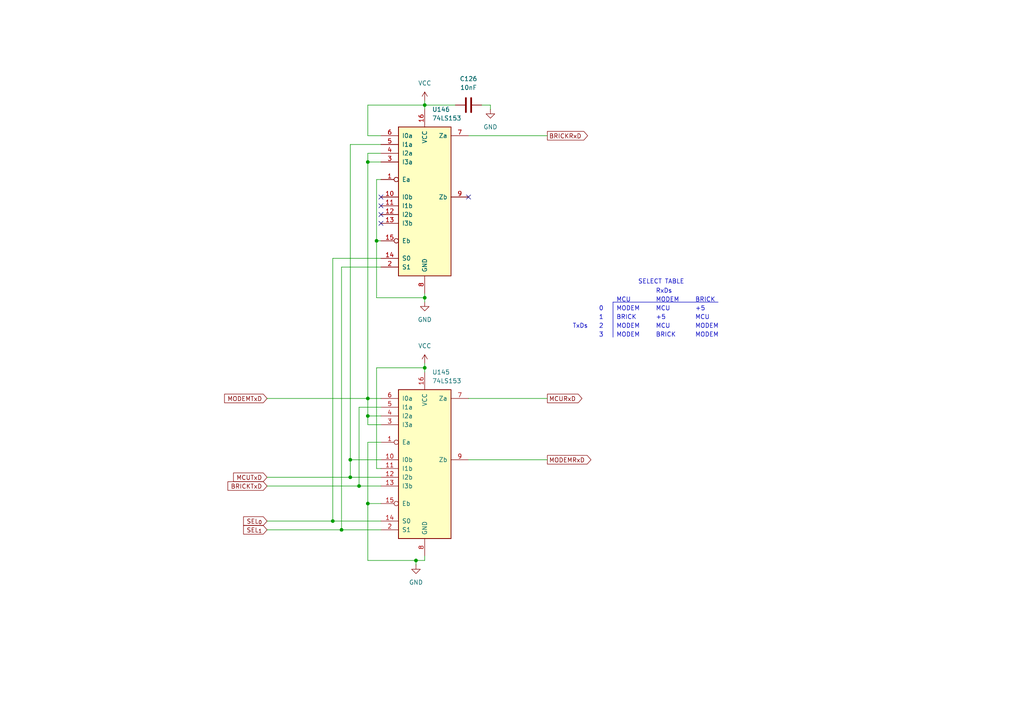
<source format=kicad_sch>
(kicad_sch
	(version 20250114)
	(generator "eeschema")
	(generator_version "9.0")
	(uuid "89ae5e3d-ff74-4dfe-be41-c47feb18416f")
	(paper "A4")
	(lib_symbols
		(symbol "74xx:74LS153"
			(pin_names
				(offset 1.016)
			)
			(exclude_from_sim no)
			(in_bom yes)
			(on_board yes)
			(property "Reference" "U"
				(at -7.62 21.59 0)
				(effects
					(font
						(size 1.27 1.27)
					)
				)
			)
			(property "Value" "74LS153"
				(at -7.62 -24.13 0)
				(effects
					(font
						(size 1.27 1.27)
					)
				)
			)
			(property "Footprint" ""
				(at 0 0 0)
				(effects
					(font
						(size 1.27 1.27)
					)
					(hide yes)
				)
			)
			(property "Datasheet" "http://www.ti.com/lit/gpn/sn74LS153"
				(at 0 0 0)
				(effects
					(font
						(size 1.27 1.27)
					)
					(hide yes)
				)
			)
			(property "Description" "Dual Multiplexer 4 to 1"
				(at 0 0 0)
				(effects
					(font
						(size 1.27 1.27)
					)
					(hide yes)
				)
			)
			(property "ki_locked" ""
				(at 0 0 0)
				(effects
					(font
						(size 1.27 1.27)
					)
				)
			)
			(property "ki_keywords" "TTL Mux4"
				(at 0 0 0)
				(effects
					(font
						(size 1.27 1.27)
					)
					(hide yes)
				)
			)
			(property "ki_fp_filters" "DIP?16*"
				(at 0 0 0)
				(effects
					(font
						(size 1.27 1.27)
					)
					(hide yes)
				)
			)
			(symbol "74LS153_1_0"
				(pin input line
					(at -12.7 17.78 0)
					(length 5.08)
					(name "I0a"
						(effects
							(font
								(size 1.27 1.27)
							)
						)
					)
					(number "6"
						(effects
							(font
								(size 1.27 1.27)
							)
						)
					)
				)
				(pin input line
					(at -12.7 15.24 0)
					(length 5.08)
					(name "I1a"
						(effects
							(font
								(size 1.27 1.27)
							)
						)
					)
					(number "5"
						(effects
							(font
								(size 1.27 1.27)
							)
						)
					)
				)
				(pin input line
					(at -12.7 12.7 0)
					(length 5.08)
					(name "I2a"
						(effects
							(font
								(size 1.27 1.27)
							)
						)
					)
					(number "4"
						(effects
							(font
								(size 1.27 1.27)
							)
						)
					)
				)
				(pin input line
					(at -12.7 10.16 0)
					(length 5.08)
					(name "I3a"
						(effects
							(font
								(size 1.27 1.27)
							)
						)
					)
					(number "3"
						(effects
							(font
								(size 1.27 1.27)
							)
						)
					)
				)
				(pin input inverted
					(at -12.7 5.08 0)
					(length 5.08)
					(name "Ea"
						(effects
							(font
								(size 1.27 1.27)
							)
						)
					)
					(number "1"
						(effects
							(font
								(size 1.27 1.27)
							)
						)
					)
				)
				(pin input line
					(at -12.7 0 0)
					(length 5.08)
					(name "I0b"
						(effects
							(font
								(size 1.27 1.27)
							)
						)
					)
					(number "10"
						(effects
							(font
								(size 1.27 1.27)
							)
						)
					)
				)
				(pin input line
					(at -12.7 -2.54 0)
					(length 5.08)
					(name "I1b"
						(effects
							(font
								(size 1.27 1.27)
							)
						)
					)
					(number "11"
						(effects
							(font
								(size 1.27 1.27)
							)
						)
					)
				)
				(pin input line
					(at -12.7 -5.08 0)
					(length 5.08)
					(name "I2b"
						(effects
							(font
								(size 1.27 1.27)
							)
						)
					)
					(number "12"
						(effects
							(font
								(size 1.27 1.27)
							)
						)
					)
				)
				(pin input line
					(at -12.7 -7.62 0)
					(length 5.08)
					(name "I3b"
						(effects
							(font
								(size 1.27 1.27)
							)
						)
					)
					(number "13"
						(effects
							(font
								(size 1.27 1.27)
							)
						)
					)
				)
				(pin input inverted
					(at -12.7 -12.7 0)
					(length 5.08)
					(name "Eb"
						(effects
							(font
								(size 1.27 1.27)
							)
						)
					)
					(number "15"
						(effects
							(font
								(size 1.27 1.27)
							)
						)
					)
				)
				(pin input line
					(at -12.7 -17.78 0)
					(length 5.08)
					(name "S0"
						(effects
							(font
								(size 1.27 1.27)
							)
						)
					)
					(number "14"
						(effects
							(font
								(size 1.27 1.27)
							)
						)
					)
				)
				(pin input line
					(at -12.7 -20.32 0)
					(length 5.08)
					(name "S1"
						(effects
							(font
								(size 1.27 1.27)
							)
						)
					)
					(number "2"
						(effects
							(font
								(size 1.27 1.27)
							)
						)
					)
				)
				(pin power_in line
					(at 0 25.4 270)
					(length 5.08)
					(name "VCC"
						(effects
							(font
								(size 1.27 1.27)
							)
						)
					)
					(number "16"
						(effects
							(font
								(size 1.27 1.27)
							)
						)
					)
				)
				(pin power_in line
					(at 0 -27.94 90)
					(length 5.08)
					(name "GND"
						(effects
							(font
								(size 1.27 1.27)
							)
						)
					)
					(number "8"
						(effects
							(font
								(size 1.27 1.27)
							)
						)
					)
				)
				(pin output line
					(at 12.7 17.78 180)
					(length 5.08)
					(name "Za"
						(effects
							(font
								(size 1.27 1.27)
							)
						)
					)
					(number "7"
						(effects
							(font
								(size 1.27 1.27)
							)
						)
					)
				)
				(pin output line
					(at 12.7 0 180)
					(length 5.08)
					(name "Zb"
						(effects
							(font
								(size 1.27 1.27)
							)
						)
					)
					(number "9"
						(effects
							(font
								(size 1.27 1.27)
							)
						)
					)
				)
			)
			(symbol "74LS153_1_1"
				(rectangle
					(start -7.62 20.32)
					(end 7.62 -22.86)
					(stroke
						(width 0.254)
						(type default)
					)
					(fill
						(type background)
					)
				)
			)
			(embedded_fonts no)
		)
		(symbol "Device:C"
			(pin_numbers
				(hide yes)
			)
			(pin_names
				(offset 0.254)
			)
			(exclude_from_sim no)
			(in_bom yes)
			(on_board yes)
			(property "Reference" "C"
				(at 0.635 2.54 0)
				(effects
					(font
						(size 1.27 1.27)
					)
					(justify left)
				)
			)
			(property "Value" "C"
				(at 0.635 -2.54 0)
				(effects
					(font
						(size 1.27 1.27)
					)
					(justify left)
				)
			)
			(property "Footprint" ""
				(at 0.9652 -3.81 0)
				(effects
					(font
						(size 1.27 1.27)
					)
					(hide yes)
				)
			)
			(property "Datasheet" "~"
				(at 0 0 0)
				(effects
					(font
						(size 1.27 1.27)
					)
					(hide yes)
				)
			)
			(property "Description" "Unpolarized capacitor"
				(at 0 0 0)
				(effects
					(font
						(size 1.27 1.27)
					)
					(hide yes)
				)
			)
			(property "ki_keywords" "cap capacitor"
				(at 0 0 0)
				(effects
					(font
						(size 1.27 1.27)
					)
					(hide yes)
				)
			)
			(property "ki_fp_filters" "C_*"
				(at 0 0 0)
				(effects
					(font
						(size 1.27 1.27)
					)
					(hide yes)
				)
			)
			(symbol "C_0_1"
				(polyline
					(pts
						(xy -2.032 0.762) (xy 2.032 0.762)
					)
					(stroke
						(width 0.508)
						(type default)
					)
					(fill
						(type none)
					)
				)
				(polyline
					(pts
						(xy -2.032 -0.762) (xy 2.032 -0.762)
					)
					(stroke
						(width 0.508)
						(type default)
					)
					(fill
						(type none)
					)
				)
			)
			(symbol "C_1_1"
				(pin passive line
					(at 0 3.81 270)
					(length 2.794)
					(name "~"
						(effects
							(font
								(size 1.27 1.27)
							)
						)
					)
					(number "1"
						(effects
							(font
								(size 1.27 1.27)
							)
						)
					)
				)
				(pin passive line
					(at 0 -3.81 90)
					(length 2.794)
					(name "~"
						(effects
							(font
								(size 1.27 1.27)
							)
						)
					)
					(number "2"
						(effects
							(font
								(size 1.27 1.27)
							)
						)
					)
				)
			)
			(embedded_fonts no)
		)
		(symbol "power:GND"
			(power)
			(pin_numbers
				(hide yes)
			)
			(pin_names
				(offset 0)
				(hide yes)
			)
			(exclude_from_sim no)
			(in_bom yes)
			(on_board yes)
			(property "Reference" "#PWR"
				(at 0 -6.35 0)
				(effects
					(font
						(size 1.27 1.27)
					)
					(hide yes)
				)
			)
			(property "Value" "GND"
				(at 0 -3.81 0)
				(effects
					(font
						(size 1.27 1.27)
					)
				)
			)
			(property "Footprint" ""
				(at 0 0 0)
				(effects
					(font
						(size 1.27 1.27)
					)
					(hide yes)
				)
			)
			(property "Datasheet" ""
				(at 0 0 0)
				(effects
					(font
						(size 1.27 1.27)
					)
					(hide yes)
				)
			)
			(property "Description" "Power symbol creates a global label with name \"GND\" , ground"
				(at 0 0 0)
				(effects
					(font
						(size 1.27 1.27)
					)
					(hide yes)
				)
			)
			(property "ki_keywords" "global power"
				(at 0 0 0)
				(effects
					(font
						(size 1.27 1.27)
					)
					(hide yes)
				)
			)
			(symbol "GND_0_1"
				(polyline
					(pts
						(xy 0 0) (xy 0 -1.27) (xy 1.27 -1.27) (xy 0 -2.54) (xy -1.27 -1.27) (xy 0 -1.27)
					)
					(stroke
						(width 0)
						(type default)
					)
					(fill
						(type none)
					)
				)
			)
			(symbol "GND_1_1"
				(pin power_in line
					(at 0 0 270)
					(length 0)
					(name "~"
						(effects
							(font
								(size 1.27 1.27)
							)
						)
					)
					(number "1"
						(effects
							(font
								(size 1.27 1.27)
							)
						)
					)
				)
			)
			(embedded_fonts no)
		)
		(symbol "power:VCC"
			(power)
			(pin_numbers
				(hide yes)
			)
			(pin_names
				(offset 0)
				(hide yes)
			)
			(exclude_from_sim no)
			(in_bom yes)
			(on_board yes)
			(property "Reference" "#PWR"
				(at 0 -3.81 0)
				(effects
					(font
						(size 1.27 1.27)
					)
					(hide yes)
				)
			)
			(property "Value" "VCC"
				(at 0 3.556 0)
				(effects
					(font
						(size 1.27 1.27)
					)
				)
			)
			(property "Footprint" ""
				(at 0 0 0)
				(effects
					(font
						(size 1.27 1.27)
					)
					(hide yes)
				)
			)
			(property "Datasheet" ""
				(at 0 0 0)
				(effects
					(font
						(size 1.27 1.27)
					)
					(hide yes)
				)
			)
			(property "Description" "Power symbol creates a global label with name \"VCC\""
				(at 0 0 0)
				(effects
					(font
						(size 1.27 1.27)
					)
					(hide yes)
				)
			)
			(property "ki_keywords" "global power"
				(at 0 0 0)
				(effects
					(font
						(size 1.27 1.27)
					)
					(hide yes)
				)
			)
			(symbol "VCC_0_1"
				(polyline
					(pts
						(xy -0.762 1.27) (xy 0 2.54)
					)
					(stroke
						(width 0)
						(type default)
					)
					(fill
						(type none)
					)
				)
				(polyline
					(pts
						(xy 0 2.54) (xy 0.762 1.27)
					)
					(stroke
						(width 0)
						(type default)
					)
					(fill
						(type none)
					)
				)
				(polyline
					(pts
						(xy 0 0) (xy 0 2.54)
					)
					(stroke
						(width 0)
						(type default)
					)
					(fill
						(type none)
					)
				)
			)
			(symbol "VCC_1_1"
				(pin power_in line
					(at 0 0 90)
					(length 0)
					(name "~"
						(effects
							(font
								(size 1.27 1.27)
							)
						)
					)
					(number "1"
						(effects
							(font
								(size 1.27 1.27)
							)
						)
					)
				)
			)
			(embedded_fonts no)
		)
	)
	(text "SELECT TABLE"
		(exclude_from_sim no)
		(at 191.77 81.788 0)
		(effects
			(font
				(size 1.27 1.27)
			)
		)
		(uuid "c9fd888a-a5ab-44b2-a24a-57f0a7c0e054")
	)
	(junction
		(at 96.52 151.13)
		(diameter 0)
		(color 0 0 0 0)
		(uuid "0033f91d-f8ce-48d0-963d-e407a11ed28a")
	)
	(junction
		(at 99.06 153.67)
		(diameter 0)
		(color 0 0 0 0)
		(uuid "1220fe84-95b7-4617-93a6-2ceedb331518")
	)
	(junction
		(at 104.14 140.97)
		(diameter 0)
		(color 0 0 0 0)
		(uuid "14ee1e5a-32f6-4afa-8ee8-80f30e96d738")
	)
	(junction
		(at 101.6 133.35)
		(diameter 0)
		(color 0 0 0 0)
		(uuid "234f239f-ca8b-475e-b3d1-84f6856bdcdc")
	)
	(junction
		(at 123.19 106.68)
		(diameter 0)
		(color 0 0 0 0)
		(uuid "308ddb4e-338a-4069-a463-660efaffff5a")
	)
	(junction
		(at 106.68 146.05)
		(diameter 0)
		(color 0 0 0 0)
		(uuid "697d4797-a067-4806-b38b-4599722e2fdd")
	)
	(junction
		(at 106.68 115.57)
		(diameter 0)
		(color 0 0 0 0)
		(uuid "7467605e-00bd-483c-82ac-e924781c2992")
	)
	(junction
		(at 106.68 120.65)
		(diameter 0)
		(color 0 0 0 0)
		(uuid "ab187372-3c4d-419d-b220-e7d83bcf5442")
	)
	(junction
		(at 123.19 86.36)
		(diameter 0)
		(color 0 0 0 0)
		(uuid "cd72dac8-5ed0-43b5-a828-afa993f9546b")
	)
	(junction
		(at 101.6 138.43)
		(diameter 0)
		(color 0 0 0 0)
		(uuid "d079e6a6-b054-40b7-ab64-8e335a7133a9")
	)
	(junction
		(at 106.68 46.99)
		(diameter 0)
		(color 0 0 0 0)
		(uuid "d587877c-33b0-4ae7-a93e-87a4c3ead2e3")
	)
	(junction
		(at 123.19 30.48)
		(diameter 0)
		(color 0 0 0 0)
		(uuid "e086f6df-4440-4aef-b3a3-58bbf0accb9c")
	)
	(junction
		(at 120.65 162.56)
		(diameter 0)
		(color 0 0 0 0)
		(uuid "ebeef0f1-5b33-4321-8fe5-aa9d580fdd57")
	)
	(junction
		(at 109.22 69.85)
		(diameter 0)
		(color 0 0 0 0)
		(uuid "ec5da591-6e97-42b3-aa74-2b97a9333c5b")
	)
	(no_connect
		(at 110.49 64.77)
		(uuid "21ae1337-d177-476f-bec9-59a10e161247")
	)
	(no_connect
		(at 135.89 57.15)
		(uuid "257deddd-3c39-4737-ad19-35b1dc18e846")
	)
	(no_connect
		(at 110.49 59.69)
		(uuid "7c33cbfb-0e0b-4e8a-bce7-3afac2c8d51a")
	)
	(no_connect
		(at 110.49 62.23)
		(uuid "9611a744-ecc6-427f-8a56-7731380bccd7")
	)
	(no_connect
		(at 110.49 57.15)
		(uuid "daa6dfdb-3d4b-4100-aad1-b3477d716fe2")
	)
	(wire
		(pts
			(xy 77.47 153.67) (xy 99.06 153.67)
		)
		(stroke
			(width 0)
			(type default)
		)
		(uuid "01f54d00-ec45-495e-aeec-f6807d7e05e3")
	)
	(wire
		(pts
			(xy 96.52 151.13) (xy 110.49 151.13)
		)
		(stroke
			(width 0)
			(type default)
		)
		(uuid "049cd7e2-3e35-4141-8b4f-e86d5ee954ea")
	)
	(wire
		(pts
			(xy 101.6 133.35) (xy 101.6 138.43)
		)
		(stroke
			(width 0)
			(type default)
		)
		(uuid "1294efdb-4389-4900-99c5-880279c74317")
	)
	(wire
		(pts
			(xy 110.49 128.27) (xy 106.68 128.27)
		)
		(stroke
			(width 0)
			(type default)
		)
		(uuid "13e086ff-9c1e-41ec-956b-04528fb81e3f")
	)
	(wire
		(pts
			(xy 109.22 52.07) (xy 109.22 69.85)
		)
		(stroke
			(width 0)
			(type default)
		)
		(uuid "159888d1-f80c-416c-bfc0-938dab2eb3de")
	)
	(wire
		(pts
			(xy 101.6 41.91) (xy 110.49 41.91)
		)
		(stroke
			(width 0)
			(type default)
		)
		(uuid "17d18c5b-f10f-4442-9179-b22231c16f7d")
	)
	(wire
		(pts
			(xy 142.24 30.48) (xy 142.24 31.75)
		)
		(stroke
			(width 0)
			(type default)
		)
		(uuid "19478442-4c2f-4161-863d-cbcf90dd9f09")
	)
	(wire
		(pts
			(xy 106.68 46.99) (xy 110.49 46.99)
		)
		(stroke
			(width 0)
			(type default)
		)
		(uuid "1e42f65e-52de-45f3-bcc0-ed8c4813b459")
	)
	(wire
		(pts
			(xy 123.19 162.56) (xy 120.65 162.56)
		)
		(stroke
			(width 0)
			(type default)
		)
		(uuid "24884460-65b3-40ed-a2fc-238192245780")
	)
	(wire
		(pts
			(xy 120.65 162.56) (xy 120.65 163.83)
		)
		(stroke
			(width 0)
			(type default)
		)
		(uuid "37c31f9a-af6a-4966-84e2-3bec18c8c865")
	)
	(wire
		(pts
			(xy 135.89 39.37) (xy 158.75 39.37)
		)
		(stroke
			(width 0)
			(type default)
		)
		(uuid "395a0c27-1314-4dd7-ad07-4e047b7aba94")
	)
	(wire
		(pts
			(xy 77.47 138.43) (xy 101.6 138.43)
		)
		(stroke
			(width 0)
			(type default)
		)
		(uuid "3ab3cf62-ac4b-4583-8fee-7fe0fc026db9")
	)
	(wire
		(pts
			(xy 101.6 133.35) (xy 101.6 41.91)
		)
		(stroke
			(width 0)
			(type default)
		)
		(uuid "3d222a3d-1c4a-4445-b700-91d0383e2329")
	)
	(wire
		(pts
			(xy 110.49 74.93) (xy 96.52 74.93)
		)
		(stroke
			(width 0)
			(type default)
		)
		(uuid "40550737-eae6-48b5-8598-adaa7b41ad96")
	)
	(wire
		(pts
			(xy 123.19 105.41) (xy 123.19 106.68)
		)
		(stroke
			(width 0)
			(type default)
		)
		(uuid "41fbe88e-88d3-4eb2-8993-ce2733b34262")
	)
	(wire
		(pts
			(xy 106.68 162.56) (xy 120.65 162.56)
		)
		(stroke
			(width 0)
			(type default)
		)
		(uuid "43f247c2-9c02-42ac-895e-a5089c84fe96")
	)
	(wire
		(pts
			(xy 123.19 86.36) (xy 123.19 85.09)
		)
		(stroke
			(width 0)
			(type default)
		)
		(uuid "443e185d-9940-4591-8c22-940719481149")
	)
	(wire
		(pts
			(xy 106.68 46.99) (xy 106.68 44.45)
		)
		(stroke
			(width 0)
			(type default)
		)
		(uuid "56ea437b-dcb0-4ba5-ad87-58aac71e900d")
	)
	(wire
		(pts
			(xy 110.49 52.07) (xy 109.22 52.07)
		)
		(stroke
			(width 0)
			(type default)
		)
		(uuid "594c4167-37a3-4b62-b575-7fa18821d84f")
	)
	(wire
		(pts
			(xy 106.68 115.57) (xy 110.49 115.57)
		)
		(stroke
			(width 0)
			(type default)
		)
		(uuid "5cfc2f94-c28d-49d0-b58f-0e3bac416b3d")
	)
	(wire
		(pts
			(xy 99.06 153.67) (xy 110.49 153.67)
		)
		(stroke
			(width 0)
			(type default)
		)
		(uuid "62cb90f7-7889-4022-8897-f570ec9dc21d")
	)
	(wire
		(pts
			(xy 106.68 146.05) (xy 110.49 146.05)
		)
		(stroke
			(width 0)
			(type default)
		)
		(uuid "65e68061-0935-4d0b-adcd-9ad4f6b6d203")
	)
	(wire
		(pts
			(xy 123.19 162.56) (xy 123.19 161.29)
		)
		(stroke
			(width 0)
			(type default)
		)
		(uuid "67b9ee69-9c25-4463-b679-04ce1d3c8b60")
	)
	(wire
		(pts
			(xy 106.68 39.37) (xy 106.68 30.48)
		)
		(stroke
			(width 0)
			(type default)
		)
		(uuid "689b2e0b-8a14-441e-beef-6ae9c8104233")
	)
	(wire
		(pts
			(xy 104.14 140.97) (xy 110.49 140.97)
		)
		(stroke
			(width 0)
			(type default)
		)
		(uuid "6b71effb-ff14-489b-9f99-4315bd491817")
	)
	(wire
		(pts
			(xy 106.68 123.19) (xy 110.49 123.19)
		)
		(stroke
			(width 0)
			(type default)
		)
		(uuid "6d31977d-2232-4af1-8986-ac3971eef120")
	)
	(wire
		(pts
			(xy 106.68 115.57) (xy 106.68 120.65)
		)
		(stroke
			(width 0)
			(type default)
		)
		(uuid "75137e40-4a73-40dc-816b-d73c2b237003")
	)
	(wire
		(pts
			(xy 109.22 69.85) (xy 109.22 86.36)
		)
		(stroke
			(width 0)
			(type default)
		)
		(uuid "75301406-cb97-4c72-9d55-1c962f03a4c0")
	)
	(wire
		(pts
			(xy 77.47 115.57) (xy 106.68 115.57)
		)
		(stroke
			(width 0)
			(type default)
		)
		(uuid "766fcc9a-5abb-4ef1-8eb9-bbe2b3bb5f7f")
	)
	(wire
		(pts
			(xy 109.22 135.89) (xy 109.22 106.68)
		)
		(stroke
			(width 0)
			(type default)
		)
		(uuid "785dec78-1413-4479-8f2d-1c18cc57722b")
	)
	(wire
		(pts
			(xy 99.06 77.47) (xy 99.06 153.67)
		)
		(stroke
			(width 0)
			(type default)
		)
		(uuid "79eb784a-58a4-401c-9db2-45a085632212")
	)
	(wire
		(pts
			(xy 101.6 138.43) (xy 110.49 138.43)
		)
		(stroke
			(width 0)
			(type default)
		)
		(uuid "7eb3d47d-37a1-4aa2-8953-706ab2d3a54c")
	)
	(wire
		(pts
			(xy 106.68 30.48) (xy 123.19 30.48)
		)
		(stroke
			(width 0)
			(type default)
		)
		(uuid "8a963308-08b8-4327-8c7c-268c91fbc5ea")
	)
	(wire
		(pts
			(xy 109.22 69.85) (xy 110.49 69.85)
		)
		(stroke
			(width 0)
			(type default)
		)
		(uuid "8cbb30d5-2d17-48bd-9a7e-8f35d7e963b8")
	)
	(wire
		(pts
			(xy 106.68 128.27) (xy 106.68 146.05)
		)
		(stroke
			(width 0)
			(type default)
		)
		(uuid "95a32713-d47c-4c04-860c-ee1dba29cf2b")
	)
	(wire
		(pts
			(xy 123.19 29.21) (xy 123.19 30.48)
		)
		(stroke
			(width 0)
			(type default)
		)
		(uuid "95ad5bf7-88bf-494d-ace9-a0178a45d944")
	)
	(wire
		(pts
			(xy 99.06 77.47) (xy 110.49 77.47)
		)
		(stroke
			(width 0)
			(type default)
		)
		(uuid "99d33671-856a-4fe1-9b44-eb83e473b51c")
	)
	(wire
		(pts
			(xy 110.49 39.37) (xy 106.68 39.37)
		)
		(stroke
			(width 0)
			(type default)
		)
		(uuid "9ac2b111-9ddb-46be-b9a2-542be3367b7a")
	)
	(wire
		(pts
			(xy 123.19 30.48) (xy 132.08 30.48)
		)
		(stroke
			(width 0)
			(type default)
		)
		(uuid "9b161887-88c5-4ee1-a340-df20d02dc7a5")
	)
	(wire
		(pts
			(xy 106.68 115.57) (xy 106.68 46.99)
		)
		(stroke
			(width 0)
			(type default)
		)
		(uuid "9b5e067a-e9e6-4e97-8ad2-33ebf18b23ed")
	)
	(wire
		(pts
			(xy 135.89 133.35) (xy 158.75 133.35)
		)
		(stroke
			(width 0)
			(type default)
		)
		(uuid "a39b09d4-dd5c-467f-be4c-a270cdb4fb2b")
	)
	(wire
		(pts
			(xy 139.7 30.48) (xy 142.24 30.48)
		)
		(stroke
			(width 0)
			(type default)
		)
		(uuid "a3d1e124-9b9b-4cab-a6fb-a557070d6831")
	)
	(wire
		(pts
			(xy 104.14 118.11) (xy 104.14 140.97)
		)
		(stroke
			(width 0)
			(type default)
		)
		(uuid "a86e3246-8ca8-466e-b404-82493cd3ff55")
	)
	(wire
		(pts
			(xy 77.47 151.13) (xy 96.52 151.13)
		)
		(stroke
			(width 0)
			(type default)
		)
		(uuid "ad17c525-a608-40ea-a522-ab53fa29fd92")
	)
	(wire
		(pts
			(xy 123.19 86.36) (xy 123.19 87.63)
		)
		(stroke
			(width 0)
			(type default)
		)
		(uuid "bb10221f-9977-4e03-85d7-ece2b33e3e76")
	)
	(wire
		(pts
			(xy 106.68 44.45) (xy 110.49 44.45)
		)
		(stroke
			(width 0)
			(type default)
		)
		(uuid "bd3f0c59-5bb0-4b5d-a693-a7a21e0698f2")
	)
	(polyline
		(pts
			(xy 208.28 87.63) (xy 177.8 87.63)
		)
		(stroke
			(width 0)
			(type default)
		)
		(uuid "c02c9956-934f-43a3-928c-eb1a890d5cde")
	)
	(polyline
		(pts
			(xy 177.8 87.63) (xy 177.8 97.79)
		)
		(stroke
			(width 0)
			(type default)
		)
		(uuid "c1b1dcec-61a4-4ea6-85ed-510f1d8ecbad")
	)
	(wire
		(pts
			(xy 110.49 135.89) (xy 109.22 135.89)
		)
		(stroke
			(width 0)
			(type default)
		)
		(uuid "c49515c3-0d40-4fc9-ac2e-1cc7136641cd")
	)
	(wire
		(pts
			(xy 106.68 146.05) (xy 106.68 162.56)
		)
		(stroke
			(width 0)
			(type default)
		)
		(uuid "c4be626c-e98b-403b-89c2-fc2da86ab845")
	)
	(wire
		(pts
			(xy 77.47 140.97) (xy 104.14 140.97)
		)
		(stroke
			(width 0)
			(type default)
		)
		(uuid "cb653f59-e7d7-4181-b09f-58389ba744d1")
	)
	(wire
		(pts
			(xy 106.68 120.65) (xy 106.68 123.19)
		)
		(stroke
			(width 0)
			(type default)
		)
		(uuid "d316d8b9-f3f0-478d-80d9-4fac7cddc0b1")
	)
	(wire
		(pts
			(xy 109.22 106.68) (xy 123.19 106.68)
		)
		(stroke
			(width 0)
			(type default)
		)
		(uuid "d4257471-5219-4e3a-ac47-de764bbb34c1")
	)
	(wire
		(pts
			(xy 110.49 118.11) (xy 104.14 118.11)
		)
		(stroke
			(width 0)
			(type default)
		)
		(uuid "d5699b8d-a3cc-46f3-a6b2-40d79e605501")
	)
	(wire
		(pts
			(xy 106.68 120.65) (xy 110.49 120.65)
		)
		(stroke
			(width 0)
			(type default)
		)
		(uuid "da31e380-b582-4304-864b-e4dea7924e35")
	)
	(wire
		(pts
			(xy 109.22 86.36) (xy 123.19 86.36)
		)
		(stroke
			(width 0)
			(type default)
		)
		(uuid "db7e4854-63a0-414d-8102-dadd2187449c")
	)
	(wire
		(pts
			(xy 123.19 106.68) (xy 123.19 107.95)
		)
		(stroke
			(width 0)
			(type default)
		)
		(uuid "e5806a10-c2ff-414c-81b4-1caa049c6831")
	)
	(wire
		(pts
			(xy 123.19 30.48) (xy 123.19 31.75)
		)
		(stroke
			(width 0)
			(type default)
		)
		(uuid "e8cd6322-3cb5-4c2e-97c7-2332916d8ae1")
	)
	(wire
		(pts
			(xy 96.52 74.93) (xy 96.52 151.13)
		)
		(stroke
			(width 0)
			(type default)
		)
		(uuid "f7416fce-e976-47a3-8a7e-230fe29ce10d")
	)
	(wire
		(pts
			(xy 110.49 133.35) (xy 101.6 133.35)
		)
		(stroke
			(width 0)
			(type default)
		)
		(uuid "faefab22-bcad-408b-add0-f24b6841e31b")
	)
	(wire
		(pts
			(xy 135.89 115.57) (xy 158.75 115.57)
		)
		(stroke
			(width 0)
			(type default)
		)
		(uuid "fbee7f5f-11ee-4673-9193-6d4e506ab841")
	)
	(table
		(column_count 5)
		(border
			(external no)
			(header no)
		)
		(separators
			(rows no)
			(cols no)
		)
		(column_widths 7.62 5.08 11.43 11.43 13.97)
		(row_heights 2.54 2.54 2.54 2.54 2.54 2.54)
		(cells
			(table_cell ""
				(exclude_from_sim no)
				(at 165.1 82.55 0)
				(size 7.62 2.54)
				(margins 0.9525 0.9525 0.9525 0.9525)
				(span 1 1)
				(fill
					(type none)
				)
				(effects
					(font
						(size 1.27 1.27)
					)
					(justify left top)
				)
				(uuid "7b94ec87-5168-497e-952a-efc099296057")
			)
			(table_cell ""
				(exclude_from_sim no)
				(at 172.72 82.55 0)
				(size 5.08 2.54)
				(margins 0.9525 0.9525 0.9525 0.9525)
				(span 1 1)
				(fill
					(type none)
				)
				(effects
					(font
						(size 1.27 1.27)
					)
					(justify left top)
				)
				(uuid "c4ec866d-054f-44a0-9858-f7f818797353")
			)
			(table_cell ""
				(exclude_from_sim no)
				(at 177.8 82.55 0)
				(size 11.43 2.54)
				(margins 0.9525 0.9525 0.9525 0.9525)
				(span 1 1)
				(fill
					(type none)
				)
				(effects
					(font
						(size 1.27 1.27)
					)
					(justify left top)
				)
				(uuid "f4c1fe63-2a05-4dab-9ba4-e3ca41ad3a0a")
			)
			(table_cell "RxDs"
				(exclude_from_sim no)
				(at 189.23 82.55 0)
				(size 11.43 2.54)
				(margins 0.9525 0.9525 0.9525 0.9525)
				(span 1 1)
				(fill
					(type none)
				)
				(effects
					(font
						(size 1.27 1.27)
					)
					(justify left top)
				)
				(uuid "fb3a1474-5e44-418b-8caf-4f2123a90d4a")
			)
			(table_cell ""
				(exclude_from_sim no)
				(at 200.66 82.55 0)
				(size 13.97 2.54)
				(margins 0.9525 0.9525 0.9525 0.9525)
				(span 1 1)
				(fill
					(type none)
				)
				(effects
					(font
						(size 1.27 1.27)
					)
					(justify left top)
				)
				(uuid "8a3c495a-8e65-42e8-b67c-d6f276d912dd")
			)
			(table_cell ""
				(exclude_from_sim no)
				(at 165.1 85.09 0)
				(size 7.62 2.54)
				(margins 0.9525 0.9525 0.9525 0.9525)
				(span 1 1)
				(fill
					(type none)
				)
				(effects
					(font
						(size 1.27 1.27)
					)
					(justify left top)
				)
				(uuid "5d7e5ef8-2168-462f-8d2b-897f3cfb5858")
			)
			(table_cell ""
				(exclude_from_sim no)
				(at 172.72 85.09 0)
				(size 5.08 2.54)
				(margins 0.9525 0.9525 0.9525 0.9525)
				(span 1 1)
				(fill
					(type none)
				)
				(effects
					(font
						(size 1.27 1.27)
					)
					(justify left top)
				)
				(uuid "3cfcd896-85ce-49fe-b238-049d52532041")
			)
			(table_cell "MCU"
				(exclude_from_sim no)
				(at 177.8 85.09 0)
				(size 11.43 2.54)
				(margins 0.9525 0.9525 0.9525 0.9525)
				(span 1 1)
				(fill
					(type none)
				)
				(effects
					(font
						(size 1.27 1.27)
					)
					(justify left top)
				)
				(uuid "0fa90765-1286-47c7-88fa-7f24686e36a4")
			)
			(table_cell "MODEM"
				(exclude_from_sim no)
				(at 189.23 85.09 0)
				(size 11.43 2.54)
				(margins 0.9525 0.9525 0.9525 0.9525)
				(span 1 1)
				(fill
					(type none)
				)
				(effects
					(font
						(size 1.27 1.27)
					)
					(justify left top)
				)
				(uuid "f49e7ca4-d54f-496c-81f1-f6b02d53d8d8")
			)
			(table_cell "BRICK"
				(exclude_from_sim no)
				(at 200.66 85.09 0)
				(size 13.97 2.54)
				(margins 0.9525 0.9525 0.9525 0.9525)
				(span 1 1)
				(fill
					(type none)
				)
				(effects
					(font
						(size 1.27 1.27)
					)
					(justify left top)
				)
				(uuid "d7461458-fe13-4d33-94c7-599a3976c22e")
			)
			(table_cell ""
				(exclude_from_sim no)
				(at 165.1 87.63 0)
				(size 7.62 2.54)
				(margins 0.9525 0.9525 0.9525 0.9525)
				(span 1 1)
				(fill
					(type none)
				)
				(effects
					(font
						(size 1.27 1.27)
					)
					(justify left top)
				)
				(uuid "d571af6f-f335-4dba-97b1-dfa821b7a13f")
			)
			(table_cell "0"
				(exclude_from_sim no)
				(at 172.72 87.63 0)
				(size 5.08 2.54)
				(margins 0.9525 0.9525 0.9525 0.9525)
				(span 1 1)
				(fill
					(type none)
				)
				(effects
					(font
						(size 1.27 1.27)
					)
					(justify left top)
				)
				(uuid "5630441d-fd5e-4ce4-8e23-bf8361fb303d")
			)
			(table_cell "MODEM"
				(exclude_from_sim no)
				(at 177.8 87.63 0)
				(size 11.43 2.54)
				(margins 0.9525 0.9525 0.9525 0.9525)
				(span 1 1)
				(fill
					(type none)
				)
				(effects
					(font
						(size 1.27 1.27)
					)
					(justify left top)
				)
				(uuid "62916eb5-dbf5-416b-8954-5f57b9070bd9")
			)
			(table_cell "MCU"
				(exclude_from_sim no)
				(at 189.23 87.63 0)
				(size 11.43 2.54)
				(margins 0.9525 0.9525 0.9525 0.9525)
				(span 1 1)
				(fill
					(type none)
				)
				(effects
					(font
						(size 1.27 1.27)
					)
					(justify left top)
				)
				(uuid "e600e7e0-f46d-4a94-85ab-27e1c0b65017")
			)
			(table_cell "+5"
				(exclude_from_sim no)
				(at 200.66 87.63 0)
				(size 13.97 2.54)
				(margins 0.9525 0.9525 0.9525 0.9525)
				(span 1 1)
				(fill
					(type none)
				)
				(effects
					(font
						(size 1.27 1.27)
					)
					(justify left top)
				)
				(uuid "5f7cbf46-466f-4ec8-8ea5-1eb20a6aa4ca")
			)
			(table_cell ""
				(exclude_from_sim no)
				(at 165.1 90.17 0)
				(size 7.62 2.54)
				(margins 0.9525 0.9525 0.9525 0.9525)
				(span 1 1)
				(fill
					(type none)
				)
				(effects
					(font
						(size 1.27 1.27)
					)
					(justify left top)
				)
				(uuid "b5c20561-1b9c-48e4-a871-31c1bbab6b80")
			)
			(table_cell "1"
				(exclude_from_sim no)
				(at 172.72 90.17 0)
				(size 5.08 2.54)
				(margins 0.9525 0.9525 0.9525 0.9525)
				(span 1 1)
				(fill
					(type none)
				)
				(effects
					(font
						(size 1.27 1.27)
					)
					(justify left top)
				)
				(uuid "5298402d-b11f-468b-abcf-4bf4979c3c0d")
			)
			(table_cell "BRICK"
				(exclude_from_sim no)
				(at 177.8 90.17 0)
				(size 11.43 2.54)
				(margins 0.9525 0.9525 0.9525 0.9525)
				(span 1 1)
				(fill
					(type none)
				)
				(effects
					(font
						(size 1.27 1.27)
					)
					(justify left top)
				)
				(uuid "7a56a7b0-4e2b-48ad-8fef-d263432d2fcd")
			)
			(table_cell "+5"
				(exclude_from_sim no)
				(at 189.23 90.17 0)
				(size 11.43 2.54)
				(margins 0.9525 0.9525 0.9525 0.9525)
				(span 1 1)
				(fill
					(type none)
				)
				(effects
					(font
						(size 1.27 1.27)
					)
					(justify left top)
				)
				(uuid "63e479e3-8700-4110-88cf-797e052d4055")
			)
			(table_cell "MCU"
				(exclude_from_sim no)
				(at 200.66 90.17 0)
				(size 13.97 2.54)
				(margins 0.9525 0.9525 0.9525 0.9525)
				(span 1 1)
				(fill
					(type none)
				)
				(effects
					(font
						(size 1.27 1.27)
					)
					(justify left top)
				)
				(uuid "de6446b6-42de-48bb-9fc8-929407f4f09d")
			)
			(table_cell "TxDs"
				(exclude_from_sim no)
				(at 165.1 92.71 0)
				(size 7.62 2.54)
				(margins 0.9525 0.9525 0.9525 0.9525)
				(span 1 1)
				(fill
					(type none)
				)
				(effects
					(font
						(size 1.27 1.27)
					)
					(justify left top)
				)
				(uuid "0022b231-9f4d-4308-9505-0e0bba8f5592")
			)
			(table_cell "2"
				(exclude_from_sim no)
				(at 172.72 92.71 0)
				(size 5.08 2.54)
				(margins 0.9525 0.9525 0.9525 0.9525)
				(span 1 1)
				(fill
					(type none)
				)
				(effects
					(font
						(size 1.27 1.27)
					)
					(justify left top)
				)
				(uuid "d438b989-8494-417f-a21c-5e7602ff4e05")
			)
			(table_cell "MODEM"
				(exclude_from_sim no)
				(at 177.8 92.71 0)
				(size 11.43 2.54)
				(margins 0.9525 0.9525 0.9525 0.9525)
				(span 1 1)
				(fill
					(type none)
				)
				(effects
					(font
						(size 1.27 1.27)
					)
					(justify left top)
				)
				(uuid "efcdca40-e37a-4ab0-bbcf-b172761c476c")
			)
			(table_cell "MCU"
				(exclude_from_sim no)
				(at 189.23 92.71 0)
				(size 11.43 2.54)
				(margins 0.9525 0.9525 0.9525 0.9525)
				(span 1 1)
				(fill
					(type none)
				)
				(effects
					(font
						(size 1.27 1.27)
					)
					(justify left top)
				)
				(uuid "9bcf3a31-5674-4ff0-93b0-0567af682e57")
			)
			(table_cell "MODEM"
				(exclude_from_sim no)
				(at 200.66 92.71 0)
				(size 13.97 2.54)
				(margins 0.9525 0.9525 0.9525 0.9525)
				(span 1 1)
				(fill
					(type none)
				)
				(effects
					(font
						(size 1.27 1.27)
					)
					(justify left top)
				)
				(uuid "8af996d1-c1ff-412f-9f14-71ce470c99ca")
			)
			(table_cell ""
				(exclude_from_sim no)
				(at 165.1 95.25 0)
				(size 7.62 2.54)
				(margins 0.9525 0.9525 0.9525 0.9525)
				(span 1 1)
				(fill
					(type none)
				)
				(effects
					(font
						(size 1.27 1.27)
					)
					(justify left top)
				)
				(uuid "daa1a8e6-2c03-4efd-9fbf-3d2f7e9f6f69")
			)
			(table_cell "3"
				(exclude_from_sim no)
				(at 172.72 95.25 0)
				(size 5.08 2.54)
				(margins 0.9525 0.9525 0.9525 0.9525)
				(span 1 1)
				(fill
					(type none)
				)
				(effects
					(font
						(size 1.27 1.27)
					)
					(justify left top)
				)
				(uuid "b8e626fc-7cab-40d8-94ee-53da904063ad")
			)
			(table_cell "MODEM"
				(exclude_from_sim no)
				(at 177.8 95.25 0)
				(size 11.43 2.54)
				(margins 0.9525 0.9525 0.9525 0.9525)
				(span 1 1)
				(fill
					(type none)
				)
				(effects
					(font
						(size 1.27 1.27)
					)
					(justify left top)
				)
				(uuid "fd21aaac-bfa5-44d6-a85a-1379f1ee64a0")
			)
			(table_cell "BRICK"
				(exclude_from_sim no)
				(at 189.23 95.25 0)
				(size 11.43 2.54)
				(margins 0.9525 0.9525 0.9525 0.9525)
				(span 1 1)
				(fill
					(type none)
				)
				(effects
					(font
						(size 1.27 1.27)
					)
					(justify left top)
				)
				(uuid "196b5ad6-6c89-4f5e-ac98-20c88924e9e0")
			)
			(table_cell "MODEM"
				(exclude_from_sim no)
				(at 200.66 95.25 0)
				(size 13.97 2.54)
				(margins 0.9525 0.9525 0.9525 0.9525)
				(span 1 1)
				(fill
					(type none)
				)
				(effects
					(font
						(size 1.27 1.27)
					)
					(justify left top)
				)
				(uuid "8ffd8b7c-89c1-40f9-9bb6-b8eb929a774e")
			)
		)
	)
	(global_label "MCURxD"
		(shape output)
		(at 158.75 115.57 0)
		(fields_autoplaced yes)
		(effects
			(font
				(size 1.27 1.27)
			)
			(justify left)
		)
		(uuid "2985ad67-0b34-4cfb-b460-97924ada62f2")
		(property "Intersheetrefs" "${INTERSHEET_REFS}"
			(at 169.3552 115.57 0)
			(effects
				(font
					(size 1.27 1.27)
				)
				(justify left)
				(hide yes)
			)
		)
	)
	(global_label "BRICKTxD"
		(shape input)
		(at 77.47 140.97 180)
		(fields_autoplaced yes)
		(effects
			(font
				(size 1.27 1.27)
			)
			(justify right)
		)
		(uuid "2e7ab162-aa14-4d6e-b8e4-2513dca1d2db")
		(property "Intersheetrefs" "${INTERSHEET_REFS}"
			(at 65.5343 140.97 0)
			(effects
				(font
					(size 1.27 1.27)
				)
				(justify right)
				(hide yes)
			)
		)
	)
	(global_label "SEL_{0}"
		(shape input)
		(at 77.47 151.13 180)
		(fields_autoplaced yes)
		(effects
			(font
				(size 1.27 1.27)
			)
			(justify right)
		)
		(uuid "3a71fc15-8395-487c-a8ef-650a50c43d57")
		(property "Intersheetrefs" "${INTERSHEET_REFS}"
			(at 70.0798 151.13 0)
			(effects
				(font
					(size 1.27 1.27)
				)
				(justify right)
				(hide yes)
			)
		)
	)
	(global_label "SEL_{1}"
		(shape input)
		(at 77.47 153.67 180)
		(fields_autoplaced yes)
		(effects
			(font
				(size 1.27 1.27)
			)
			(justify right)
		)
		(uuid "57ca36e6-6260-47b1-baef-f329047f9db6")
		(property "Intersheetrefs" "${INTERSHEET_REFS}"
			(at 70.0798 153.67 0)
			(effects
				(font
					(size 1.27 1.27)
				)
				(justify right)
				(hide yes)
			)
		)
	)
	(global_label "MODEMRxD"
		(shape output)
		(at 158.75 133.35 0)
		(fields_autoplaced yes)
		(effects
			(font
				(size 1.27 1.27)
			)
			(justify left)
		)
		(uuid "b926182c-23f8-4365-8b8c-7db5e4b410a8")
		(property "Intersheetrefs" "${INTERSHEET_REFS}"
			(at 171.9556 133.35 0)
			(effects
				(font
					(size 1.27 1.27)
				)
				(justify left)
				(hide yes)
			)
		)
	)
	(global_label "BRICKRxD"
		(shape output)
		(at 158.75 39.37 0)
		(fields_autoplaced yes)
		(effects
			(font
				(size 1.27 1.27)
			)
			(justify left)
		)
		(uuid "e3c467fa-ffdc-4f2a-8e2e-8ed196f21210")
		(property "Intersheetrefs" "${INTERSHEET_REFS}"
			(at 170.9881 39.37 0)
			(effects
				(font
					(size 1.27 1.27)
				)
				(justify left)
				(hide yes)
			)
		)
	)
	(global_label "MODEMTxD"
		(shape input)
		(at 77.47 115.57 180)
		(fields_autoplaced yes)
		(effects
			(font
				(size 1.27 1.27)
			)
			(justify right)
		)
		(uuid "f1ccfd6f-c5f9-4aec-adf0-66257f4a02ee")
		(property "Intersheetrefs" "${INTERSHEET_REFS}"
			(at 64.5668 115.57 0)
			(effects
				(font
					(size 1.27 1.27)
				)
				(justify right)
				(hide yes)
			)
		)
	)
	(global_label "MCUTxD"
		(shape input)
		(at 77.47 138.43 180)
		(fields_autoplaced yes)
		(effects
			(font
				(size 1.27 1.27)
			)
			(justify right)
		)
		(uuid "f3528133-2e9f-4276-a777-73c25b8896c2")
		(property "Intersheetrefs" "${INTERSHEET_REFS}"
			(at 67.1672 138.43 0)
			(effects
				(font
					(size 1.27 1.27)
				)
				(justify right)
				(hide yes)
			)
		)
	)
	(symbol
		(lib_id "74xx:74LS153")
		(at 123.19 57.15 0)
		(unit 1)
		(exclude_from_sim no)
		(in_bom yes)
		(on_board yes)
		(dnp no)
		(fields_autoplaced yes)
		(uuid "3072b985-b1a4-4c31-9c51-853091b98308")
		(property "Reference" "U146"
			(at 125.3333 31.75 0)
			(effects
				(font
					(size 1.27 1.27)
				)
				(justify left)
			)
		)
		(property "Value" "74LS153"
			(at 125.3333 34.29 0)
			(effects
				(font
					(size 1.27 1.27)
				)
				(justify left)
			)
		)
		(property "Footprint" "Package_DIP:DIP-16_W7.62mm"
			(at 123.19 57.15 0)
			(effects
				(font
					(size 1.27 1.27)
				)
				(hide yes)
			)
		)
		(property "Datasheet" "http://www.ti.com/lit/gpn/sn74LS153"
			(at 123.19 57.15 0)
			(effects
				(font
					(size 1.27 1.27)
				)
				(hide yes)
			)
		)
		(property "Description" "Dual Multiplexer 4 to 1"
			(at 123.19 57.15 0)
			(effects
				(font
					(size 1.27 1.27)
				)
				(hide yes)
			)
		)
		(pin "15"
			(uuid "b04de4f6-b2f5-4565-88d3-d80aecc77b60")
		)
		(pin "5"
			(uuid "56b2b685-ce43-4f52-b2f5-9d6c5db0a01b")
		)
		(pin "1"
			(uuid "1139af4d-4842-42a0-9ef2-ef936513b516")
		)
		(pin "4"
			(uuid "19949df7-c046-48ac-96f1-36982d96cd28")
		)
		(pin "9"
			(uuid "91814d7d-566e-4dc6-a8b7-9a1df0e384df")
		)
		(pin "11"
			(uuid "4836cc05-7edf-4bad-a92e-100a685668a3")
		)
		(pin "14"
			(uuid "2e3bace1-1b60-497c-afe6-569dc909c620")
		)
		(pin "2"
			(uuid "0652f585-e0f9-4abd-a55d-5817200e2873")
		)
		(pin "13"
			(uuid "7ea7c246-17dd-441e-aae1-95deb2f65396")
		)
		(pin "12"
			(uuid "ef8a777b-0f08-465e-b44c-c75bb6c594f1")
		)
		(pin "16"
			(uuid "56d14d41-b23e-49e2-a799-b694d503feb0")
		)
		(pin "8"
			(uuid "77d7693b-34f1-4ce8-a989-da4312209439")
		)
		(pin "10"
			(uuid "a2f19087-7d1f-4596-b950-14694614d0ff")
		)
		(pin "6"
			(uuid "e8a2f334-2ea9-4fdc-8e2b-0f7f8c81bf42")
		)
		(pin "7"
			(uuid "b937ae49-46ca-4b63-9eb0-27131dfe5758")
		)
		(pin "3"
			(uuid "d0d3b136-656c-44e2-b6fe-686708981279")
		)
		(instances
			(project "ZT1"
				(path "/f4096561-d684-4672-ab54-4b1ef20fc4c8/17df299c-c7ed-43dd-bf62-02c9809c9be6"
					(reference "U146")
					(unit 1)
				)
			)
		)
	)
	(symbol
		(lib_id "power:GND")
		(at 120.65 163.83 0)
		(unit 1)
		(exclude_from_sim no)
		(in_bom yes)
		(on_board yes)
		(dnp no)
		(fields_autoplaced yes)
		(uuid "589bf733-6d91-40ba-808b-761ae96abb33")
		(property "Reference" "#PWR0157"
			(at 120.65 170.18 0)
			(effects
				(font
					(size 1.27 1.27)
				)
				(hide yes)
			)
		)
		(property "Value" "GND"
			(at 120.65 168.91 0)
			(effects
				(font
					(size 1.27 1.27)
				)
			)
		)
		(property "Footprint" ""
			(at 120.65 163.83 0)
			(effects
				(font
					(size 1.27 1.27)
				)
				(hide yes)
			)
		)
		(property "Datasheet" ""
			(at 120.65 163.83 0)
			(effects
				(font
					(size 1.27 1.27)
				)
				(hide yes)
			)
		)
		(property "Description" "Power symbol creates a global label with name \"GND\" , ground"
			(at 120.65 163.83 0)
			(effects
				(font
					(size 1.27 1.27)
				)
				(hide yes)
			)
		)
		(pin "1"
			(uuid "b87beee2-b759-480f-980d-029ca549aab2")
		)
		(instances
			(project ""
				(path "/f4096561-d684-4672-ab54-4b1ef20fc4c8/17df299c-c7ed-43dd-bf62-02c9809c9be6"
					(reference "#PWR0157")
					(unit 1)
				)
			)
		)
	)
	(symbol
		(lib_id "Device:C")
		(at 135.89 30.48 90)
		(unit 1)
		(exclude_from_sim no)
		(in_bom yes)
		(on_board yes)
		(dnp no)
		(fields_autoplaced yes)
		(uuid "5dc0366b-ecff-4e2e-9c6e-c95c8d973522")
		(property "Reference" "C126"
			(at 135.89 22.86 90)
			(effects
				(font
					(size 1.27 1.27)
				)
			)
		)
		(property "Value" "10nF"
			(at 135.89 25.4 90)
			(effects
				(font
					(size 1.27 1.27)
				)
			)
		)
		(property "Footprint" "ZT1:C_350mil"
			(at 139.7 29.5148 0)
			(effects
				(font
					(size 1.27 1.27)
				)
				(hide yes)
			)
		)
		(property "Datasheet" "~"
			(at 135.89 30.48 0)
			(effects
				(font
					(size 1.27 1.27)
				)
				(hide yes)
			)
		)
		(property "Description" "Unpolarized capacitor"
			(at 135.89 30.48 0)
			(effects
				(font
					(size 1.27 1.27)
				)
				(hide yes)
			)
		)
		(pin "2"
			(uuid "ea6f4b2e-dbe2-44ca-8b4f-81afed9eaac2")
		)
		(pin "1"
			(uuid "3a203bbf-85eb-435b-a4c6-3779982dabda")
		)
		(instances
			(project ""
				(path "/f4096561-d684-4672-ab54-4b1ef20fc4c8/17df299c-c7ed-43dd-bf62-02c9809c9be6"
					(reference "C126")
					(unit 1)
				)
			)
		)
	)
	(symbol
		(lib_id "power:VCC")
		(at 123.19 29.21 0)
		(unit 1)
		(exclude_from_sim no)
		(in_bom yes)
		(on_board yes)
		(dnp no)
		(fields_autoplaced yes)
		(uuid "718e8d0e-bb9c-4231-a86a-142ee0043895")
		(property "Reference" "#PWR0160"
			(at 123.19 33.02 0)
			(effects
				(font
					(size 1.27 1.27)
				)
				(hide yes)
			)
		)
		(property "Value" "VCC"
			(at 123.19 24.13 0)
			(effects
				(font
					(size 1.27 1.27)
				)
			)
		)
		(property "Footprint" ""
			(at 123.19 29.21 0)
			(effects
				(font
					(size 1.27 1.27)
				)
				(hide yes)
			)
		)
		(property "Datasheet" ""
			(at 123.19 29.21 0)
			(effects
				(font
					(size 1.27 1.27)
				)
				(hide yes)
			)
		)
		(property "Description" "Power symbol creates a global label with name \"VCC\""
			(at 123.19 29.21 0)
			(effects
				(font
					(size 1.27 1.27)
				)
				(hide yes)
			)
		)
		(pin "1"
			(uuid "1718bb91-d20c-4d2c-929a-014d0df67d41")
		)
		(instances
			(project ""
				(path "/f4096561-d684-4672-ab54-4b1ef20fc4c8/17df299c-c7ed-43dd-bf62-02c9809c9be6"
					(reference "#PWR0160")
					(unit 1)
				)
			)
		)
	)
	(symbol
		(lib_id "power:GND")
		(at 142.24 31.75 0)
		(unit 1)
		(exclude_from_sim no)
		(in_bom yes)
		(on_board yes)
		(dnp no)
		(fields_autoplaced yes)
		(uuid "8f30b2b4-29cf-4720-88f3-f21875c8d074")
		(property "Reference" "#PWR0161"
			(at 142.24 38.1 0)
			(effects
				(font
					(size 1.27 1.27)
				)
				(hide yes)
			)
		)
		(property "Value" "GND"
			(at 142.24 36.83 0)
			(effects
				(font
					(size 1.27 1.27)
				)
			)
		)
		(property "Footprint" ""
			(at 142.24 31.75 0)
			(effects
				(font
					(size 1.27 1.27)
				)
				(hide yes)
			)
		)
		(property "Datasheet" ""
			(at 142.24 31.75 0)
			(effects
				(font
					(size 1.27 1.27)
				)
				(hide yes)
			)
		)
		(property "Description" "Power symbol creates a global label with name \"GND\" , ground"
			(at 142.24 31.75 0)
			(effects
				(font
					(size 1.27 1.27)
				)
				(hide yes)
			)
		)
		(pin "1"
			(uuid "c8887df9-dc96-4307-a74a-d978c1ad8dcf")
		)
		(instances
			(project ""
				(path "/f4096561-d684-4672-ab54-4b1ef20fc4c8/17df299c-c7ed-43dd-bf62-02c9809c9be6"
					(reference "#PWR0161")
					(unit 1)
				)
			)
		)
	)
	(symbol
		(lib_id "power:GND")
		(at 123.19 87.63 0)
		(unit 1)
		(exclude_from_sim no)
		(in_bom yes)
		(on_board yes)
		(dnp no)
		(fields_autoplaced yes)
		(uuid "90d33d20-33df-484c-83d1-17d409125343")
		(property "Reference" "#PWR0159"
			(at 123.19 93.98 0)
			(effects
				(font
					(size 1.27 1.27)
				)
				(hide yes)
			)
		)
		(property "Value" "GND"
			(at 123.19 92.71 0)
			(effects
				(font
					(size 1.27 1.27)
				)
			)
		)
		(property "Footprint" ""
			(at 123.19 87.63 0)
			(effects
				(font
					(size 1.27 1.27)
				)
				(hide yes)
			)
		)
		(property "Datasheet" ""
			(at 123.19 87.63 0)
			(effects
				(font
					(size 1.27 1.27)
				)
				(hide yes)
			)
		)
		(property "Description" "Power symbol creates a global label with name \"GND\" , ground"
			(at 123.19 87.63 0)
			(effects
				(font
					(size 1.27 1.27)
				)
				(hide yes)
			)
		)
		(pin "1"
			(uuid "7831a5ae-f308-4e6f-a2a1-9052fe0790ae")
		)
		(instances
			(project ""
				(path "/f4096561-d684-4672-ab54-4b1ef20fc4c8/17df299c-c7ed-43dd-bf62-02c9809c9be6"
					(reference "#PWR0159")
					(unit 1)
				)
			)
		)
	)
	(symbol
		(lib_id "power:VCC")
		(at 123.19 105.41 0)
		(unit 1)
		(exclude_from_sim no)
		(in_bom yes)
		(on_board yes)
		(dnp no)
		(fields_autoplaced yes)
		(uuid "c73d0bb8-9f3f-43a0-9a3a-5205b6959720")
		(property "Reference" "#PWR0158"
			(at 123.19 109.22 0)
			(effects
				(font
					(size 1.27 1.27)
				)
				(hide yes)
			)
		)
		(property "Value" "VCC"
			(at 123.19 100.33 0)
			(effects
				(font
					(size 1.27 1.27)
				)
			)
		)
		(property "Footprint" ""
			(at 123.19 105.41 0)
			(effects
				(font
					(size 1.27 1.27)
				)
				(hide yes)
			)
		)
		(property "Datasheet" ""
			(at 123.19 105.41 0)
			(effects
				(font
					(size 1.27 1.27)
				)
				(hide yes)
			)
		)
		(property "Description" "Power symbol creates a global label with name \"VCC\""
			(at 123.19 105.41 0)
			(effects
				(font
					(size 1.27 1.27)
				)
				(hide yes)
			)
		)
		(pin "1"
			(uuid "ef3ea8f0-8061-4477-88e2-7b95360ff82c")
		)
		(instances
			(project ""
				(path "/f4096561-d684-4672-ab54-4b1ef20fc4c8/17df299c-c7ed-43dd-bf62-02c9809c9be6"
					(reference "#PWR0158")
					(unit 1)
				)
			)
		)
	)
	(symbol
		(lib_id "74xx:74LS153")
		(at 123.19 133.35 0)
		(unit 1)
		(exclude_from_sim no)
		(in_bom yes)
		(on_board yes)
		(dnp no)
		(fields_autoplaced yes)
		(uuid "ffa90442-4ecf-4370-8871-4e4a5b126d62")
		(property "Reference" "U145"
			(at 125.3333 107.95 0)
			(effects
				(font
					(size 1.27 1.27)
				)
				(justify left)
			)
		)
		(property "Value" "74LS153"
			(at 125.3333 110.49 0)
			(effects
				(font
					(size 1.27 1.27)
				)
				(justify left)
			)
		)
		(property "Footprint" "Package_DIP:DIP-16_W7.62mm"
			(at 123.19 133.35 0)
			(effects
				(font
					(size 1.27 1.27)
				)
				(hide yes)
			)
		)
		(property "Datasheet" "http://www.ti.com/lit/gpn/sn74LS153"
			(at 123.19 133.35 0)
			(effects
				(font
					(size 1.27 1.27)
				)
				(hide yes)
			)
		)
		(property "Description" "Dual Multiplexer 4 to 1"
			(at 123.19 133.35 0)
			(effects
				(font
					(size 1.27 1.27)
				)
				(hide yes)
			)
		)
		(pin "15"
			(uuid "f2fcde1e-210d-4e56-b2dd-0d56babdaf47")
		)
		(pin "5"
			(uuid "7e0b75f8-0559-44b2-8bd8-202777829f54")
		)
		(pin "1"
			(uuid "9b1db4fc-a36c-42b1-b52c-d9d4e766afa5")
		)
		(pin "4"
			(uuid "9169be9d-e557-4e9e-bb9b-6ca18291c36b")
		)
		(pin "9"
			(uuid "bdffa31b-8c30-416a-a248-20bf0c1da41b")
		)
		(pin "11"
			(uuid "765f4027-8924-450f-a934-e6514691616b")
		)
		(pin "14"
			(uuid "eb9b6c26-7df0-4414-be34-e593053f3cf4")
		)
		(pin "2"
			(uuid "d2014877-623e-448c-9a95-37edbd0ba585")
		)
		(pin "13"
			(uuid "61c4dca8-641c-4ebd-bc7a-e0caf678eea0")
		)
		(pin "12"
			(uuid "cae79cc6-c977-46e4-9575-b597571a44dc")
		)
		(pin "16"
			(uuid "d9563240-ce74-4092-9436-2d9d9f84835e")
		)
		(pin "8"
			(uuid "e9ac3de1-12cb-48c1-96fe-afa93ab6e943")
		)
		(pin "10"
			(uuid "b759deb9-b434-4534-84de-48b9ecaae843")
		)
		(pin "6"
			(uuid "0ec27902-cddb-4ee9-80f7-c78b7ffe6d3a")
		)
		(pin "7"
			(uuid "af5a4753-49f2-43ad-9197-b5bc22c01965")
		)
		(pin "3"
			(uuid "be642898-b991-43a6-841e-3c87af519ed2")
		)
		(instances
			(project "ZT1"
				(path "/f4096561-d684-4672-ab54-4b1ef20fc4c8/17df299c-c7ed-43dd-bf62-02c9809c9be6"
					(reference "U145")
					(unit 1)
				)
			)
		)
	)
)

</source>
